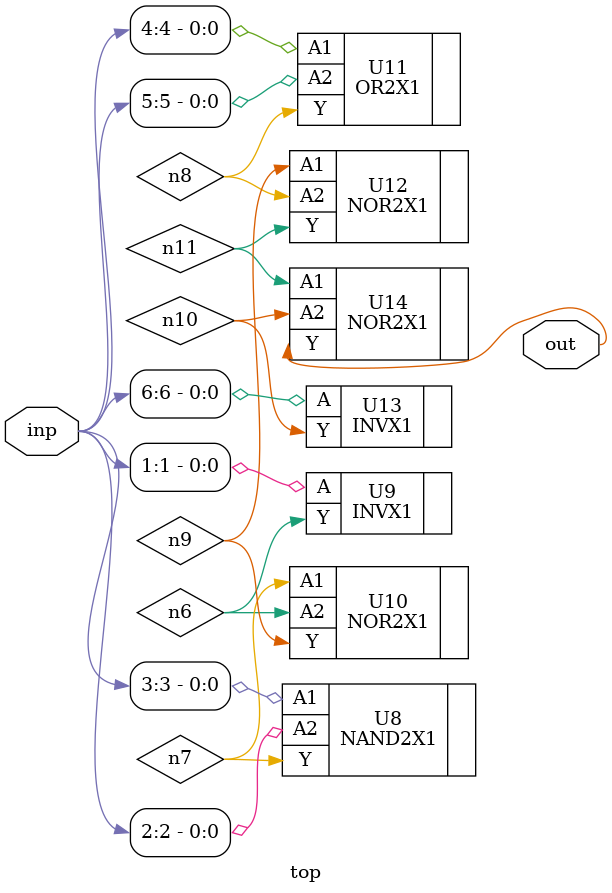
<source format=sv>


module top ( inp, out );
  input [6:0] inp;
  output out;
  wire   n6, n7, n8, n9, n10, n11;

  NAND2X1 U8 ( .A1(inp[3]), .A2(inp[2]), .Y(n7) );
  INVX1 U9 ( .A(inp[1]), .Y(n6) );
  NOR2X1 U10 ( .A1(n7), .A2(n6), .Y(n9) );
  OR2X1 U11 ( .A1(inp[4]), .A2(inp[5]), .Y(n8) );
  NOR2X1 U12 ( .A1(n9), .A2(n8), .Y(n11) );
  INVX1 U13 ( .A(inp[6]), .Y(n10) );
  NOR2X1 U14 ( .A1(n11), .A2(n10), .Y(out) );
endmodule


</source>
